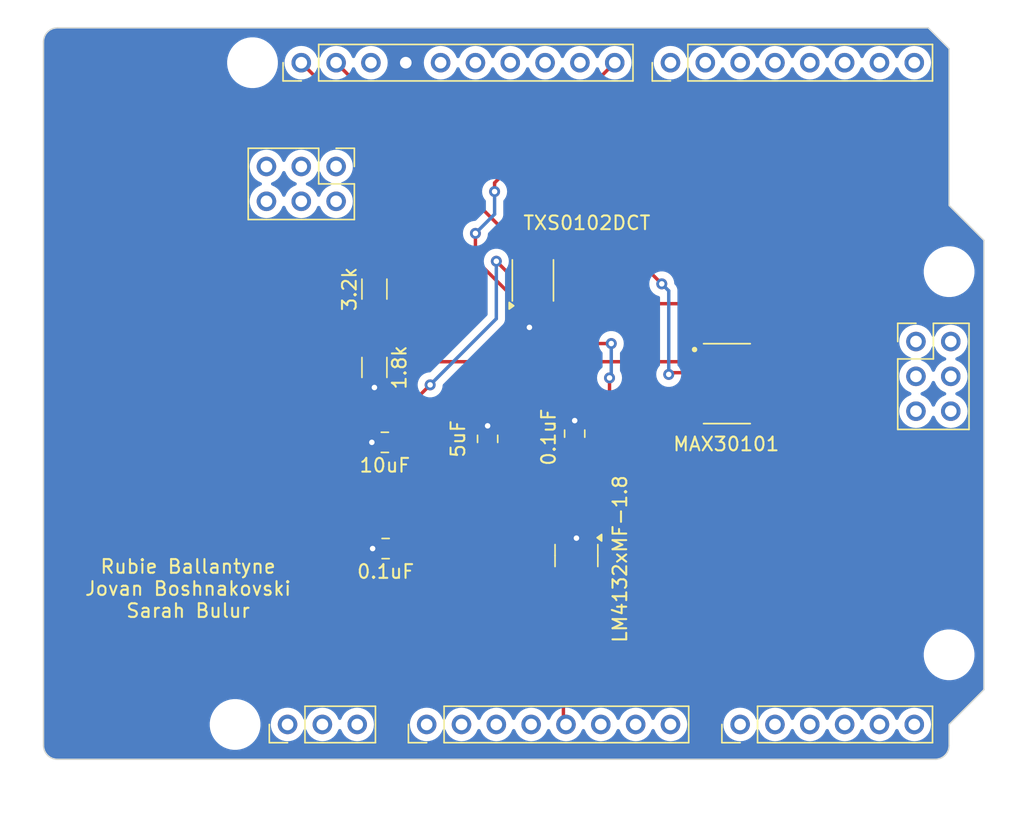
<source format=kicad_pcb>
(kicad_pcb (version 20240108) (generator "pcbnew") (generator_version "8.0")
  (title_block (title "Arduino UNO R4 Shield Template PCB") (date "2023-07-13") (rev "1.0") (company "MStackoverflow"))
  (layers (0 "F.Cu" signal) (31 "B.Cu" signal) (34 "B.Paste" user) (35 "F.Paste" user) (36 "B.SilkS" user "B.Silkscreen") (37 "F.SilkS" user "F.Silkscreen") (38 "B.Mask" user) (39 "F.Mask" user) (44 "Edge.Cuts" user))
  (net 0 "")
  (net 1 "Net-(U10-EN)")
  (net 2 "GND")
  (net 3 "Net-(U10-VREF)")
  (net 4 "Net-(U6-SCL)")
  (net 5 "Net-(U8-SCL)")
  (net 35 "Net-(U6-SDA)")
  (net 39 "Net-(U6-D8)")
  (net 50 "Net-(U8-SDA)")
  (net 51 "Net-(U8-INT)")
  (footprint "Package_SO:SSOP-8_2.95x2.8mm_P0.65mm" (layer "F.Cu") (at 142.367 84.455 90)
    (property "Reference" "U9" (hide yes))
    (property "Value" "TXS0102DCT" (at 4.191 3.937 180) (layer "F.SilkS"))
    (fp_line (start 1.5 -1.5) (end -1.5 -1.5) (stroke (width 0.12)) (layer "F.SilkS"))
    (fp_line (start 1.5 1.5) (end -1.5 1.5) (stroke (width 0.12)) (layer "F.SilkS"))
    (fp_poly (pts (xy -1.85 -1.4) (xy -2.09 -1.73) (xy -1.61 -1.73) (xy -1.85 -1.4)) (stroke (width 0.12)) (fill solid) (layer "F.SilkS"))
    (pad "1" smd rect (at -1.7 -0.975) (size 0.3 1.6) (layers "F.Cu" "F.Paste" "F.Mask") (net 39 "Net-(U6-D8)"))
    (pad "2" smd rect (at -1.7 -0.325) (size 0.3 1.6) (layers "F.Cu" "F.Paste" "F.Mask") (net 2 "GND"))
    (pad "3" smd rect (at -1.7 0.325) (size 0.3 1.6) (layers "F.Cu" "F.Paste" "F.Mask") (net 3 "Net-(U10-VREF)"))
    (pad "4" smd rect (at -1.7 0.975) (size 0.3 1.6) (layers "F.Cu" "F.Paste" "F.Mask") (net 51 "Net-(U8-INT)"))
    (pad "5" smd rect (at 1.7 0.975) (size 0.3 1.6) (layers "F.Cu" "F.Paste" "F.Mask") (net 50 "Net-(U8-SDA)"))
    (pad "6" smd rect (at 1.7 0.325) (size 0.3 1.6) (layers "F.Cu" "F.Paste" "F.Mask") (net 3 "Net-(U10-VREF)"))
    (pad "7" smd rect (at 1.7 -0.325) (size 0.3 1.6) (layers "F.Cu" "F.Paste" "F.Mask") (net 1 "Net-(U10-EN)"))
    (pad "8" smd rect (at 1.7 -0.975) (size 0.3 1.6) (layers "F.Cu" "F.Paste" "F.Mask") (net 35 "Net-(U6-SDA)"))
  )
  (footprint "Capacitor_SMD:C_0805_2012Metric" (layer "F.Cu") (at 131.572 96.266 180)
    (property "Reference" "10uF" (at 0 -1.68 0) (layer "F.SilkS"))
    (property "Value" "10uF" (hide yes))
    (fp_line (start -0.261252 0.735) (end 0.261252 0.735) (stroke (width 0.12)) (layer "F.SilkS"))
    (fp_line (start -0.261252 -0.735) (end 0.261252 -0.735) (stroke (width 0.12)) (layer "F.SilkS"))
    (pad "1" smd roundrect (at -0.95 0 180) (size 1 1.45) (layers "F.Cu" "F.Paste" "F.Mask") (net 1 "Net-(U10-EN)"))
    (pad "2" smd roundrect (at 0.95 0 180) (size 1 1.45) (layers "F.Cu" "F.Paste" "F.Mask") (net 2 "GND"))
  )
  (footprint "MAX30101EFD:PSON80P560X330X165-14N" (layer "F.Cu") (at 156.516 91.986)
    (property "Reference" "MAX30101" (at -0.052 4.407 0) (layer "F.SilkS"))
    (property "Value" "~")
    (fp_line (start -1.7 2.914) (end 1.7 2.914) (stroke (width 0.127)) (layer "F.SilkS"))
    (fp_line (start 1.7 -2.914) (end -1.7 -2.914) (stroke (width 0.127)) (layer "F.SilkS"))
    (fp_circle (center -2.36054 -2.48781) (end -2.26054 -2.48781) (stroke (width 0.2)) (fill none) (layer "F.SilkS"))
    (pad "1" smd roundrect (at -1.195 -2.4) (size 0.84 0.4) (layers "F.Cu" "F.Paste" "F.Mask"))
    (pad "2" smd roundrect (at -1.195 -1.6) (size 0.84 0.4) (layers "F.Cu" "F.Paste" "F.Mask") (net 5 "Net-(U8-SCL)"))
    (pad "3" smd roundrect (at -1.195 -0.8) (size 0.84 0.4) (layers "F.Cu" "F.Paste" "F.Mask") (net 50 "Net-(U8-SDA)"))
    (pad "4" smd roundrect (at -1.195 0) (size 0.84 0.4) (layers "F.Cu" "F.Paste" "F.Mask"))
    (pad "5" smd roundrect (at -1.195 0.8) (size 0.84 0.4) (layers "F.Cu" "F.Paste" "F.Mask"))
    (pad "6" smd roundrect (at -1.195 1.6) (size 0.84 0.4) (layers "F.Cu" "F.Paste" "F.Mask"))
    (pad "7" smd roundrect (at -1.195 2.4) (size 0.84 0.4) (layers "F.Cu" "F.Paste" "F.Mask"))
    (pad "8" smd roundrect (at 1.195 2.4) (size 0.84 0.4) (layers "F.Cu" "F.Paste" "F.Mask"))
    (pad "9" smd roundrect (at 1.195 1.6) (size 0.84 0.4) (layers "F.Cu" "F.Paste" "F.Mask"))
    (pad "10" smd roundrect (at 1.195 0.8) (size 0.84 0.4) (layers "F.Cu" "F.Paste" "F.Mask"))
    (pad "11" smd roundrect (at 1.195 0) (size 0.84 0.4) (layers "F.Cu" "F.Paste" "F.Mask"))
    (pad "12" smd roundrect (at 1.195 -0.8) (size 0.84 0.4) (layers "F.Cu" "F.Paste" "F.Mask"))
    (pad "13" smd roundrect (at 1.195 -1.6) (size 0.84 0.4) (layers "F.Cu" "F.Paste" "F.Mask") (net 51 "Net-(U8-INT)"))
    (pad "14" smd roundrect (at 1.195 -2.4) (size 0.84 0.4) (layers "F.Cu" "F.Paste" "F.Mask"))
  )
  (footprint "Capacitor_SMD:C_0805_2012Metric" (layer "F.Cu") (at 145.415 95.631 -90)
    (property "Reference" "C4" (hide yes))
    (property "Value" "0.1uF" (at 0.254 1.905 90) (layer "F.SilkS"))
    (fp_line (start -0.261252 0.735) (end 0.261252 0.735) (stroke (width 0.12)) (layer "F.SilkS"))
    (fp_line (start -0.261252 -0.735) (end 0.261252 -0.735) (stroke (width 0.12)) (layer "F.SilkS"))
    (pad "1" smd roundrect (at -0.95 0 270) (size 1 1.45) (layers "F.Cu" "F.Paste" "F.Mask") (net 2 "GND"))
    (pad "2" smd roundrect (at 0.95 0 270) (size 1 1.45) (layers "F.Cu" "F.Paste" "F.Mask") (net 3 "Net-(U10-VREF)"))
  )
  (footprint "ArduinoPinSockets:Arduino_PinSocket_1x03_P2.54mm_Vertical" (layer "F.Cu") (at 124.47499 116.84001 90)
    (property "Reference" "U1" (hide yes))
    (property "Value" "OFF" (hide yes))
    (fp_line (start -1.33 -1.33) (end 0 -1.33) (stroke (width 0.12)) (layer "F.SilkS"))
    (fp_line (start -1.33 0) (end -1.33 -1.33) (stroke (width 0.12)) (layer "F.SilkS"))
    (fp_line (start 1.33 1.27) (end 1.33 6.41) (stroke (width 0.12)) (layer "F.SilkS"))
    (fp_line (start -1.33 1.27) (end 1.33 1.27) (stroke (width 0.12)) (layer "F.SilkS"))
    (fp_line (start -1.33 1.27) (end -1.33 6.41) (stroke (width 0.12)) (layer "F.SilkS"))
    (fp_line (start -1.33 6.41) (end 1.33 6.41) (stroke (width 0.12)) (layer "F.SilkS"))
    (pad "1" thru_hole circle (at 0 0 90) (size 1.422 1.422) (drill 0.85) (layers "*.Cu" "*.Mask"))
    (pad "2" thru_hole circle (at 0 2.54 90) (size 1.422 1.422) (drill 0.85) (layers "*.Cu" "*.Mask"))
    (pad "3" thru_hole circle (at 0 5.08 90) (size 1.422 1.422) (drill 0.85) (layers "*.Cu" "*.Mask"))
  )
  (footprint "ArduinoPinSockets:Arduino_PinSocket_2x03_P2.54mm_Vertical" (layer "F.Cu") (at 170.30199 88.91501)
    (property "Reference" "U5" (hide yes))
    (property "Value" "ICSP" (hide yes))
    (fp_line (start -1.33 -1.33) (end 0 -1.33) (stroke (width 0.12)) (layer "F.SilkS"))
    (fp_line (start -1.33 0) (end -1.33 -1.33) (stroke (width 0.12)) (layer "F.SilkS"))
    (fp_line (start -1.33 1.27) (end -1.33 6.41) (stroke (width 0.12)) (layer "F.SilkS"))
    (fp_line (start -1.33 1.27) (end 1.27 1.27) (stroke (width 0.12)) (layer "F.SilkS"))
    (fp_line (start -1.33 6.41) (end 3.87 6.41) (stroke (width 0.12)) (layer "F.SilkS"))
    (fp_line (start 1.27 -1.33) (end 3.87 -1.33) (stroke (width 0.12)) (layer "F.SilkS"))
    (fp_line (start 1.27 1.27) (end 1.27 -1.33) (stroke (width 0.12)) (layer "F.SilkS"))
    (fp_line (start 3.87 -1.33) (end 3.87 6.41) (stroke (width 0.12)) (layer "F.SilkS"))
    (pad "1" thru_hole circle (at 0 0) (size 1.422 1.422) (drill 0.85) (layers "*.Cu" "*.Mask"))
    (pad "2" thru_hole circle (at 2.54 0) (size 1.422 1.422) (drill 0.85) (layers "*.Cu" "*.Mask"))
    (pad "3" thru_hole circle (at 0 2.54) (size 1.422 1.422) (drill 0.85) (layers "*.Cu" "*.Mask"))
    (pad "4" thru_hole circle (at 2.54 2.54) (size 1.422 1.422) (drill 0.85) (layers "*.Cu" "*.Mask"))
    (pad "5" thru_hole circle (at 0 5.08) (size 1.422 1.422) (drill 0.85) (layers "*.Cu" "*.Mask"))
    (pad "6" thru_hole circle (at 2.54 5.08) (size 1.422 1.422) (drill 0.85) (layers "*.Cu" "*.Mask"))
  )
  (footprint "Capacitor_SMD:C_0805_2012Metric" (layer "F.Cu") (at 139.065 96.012 90)
    (property "Reference" "C2" (hide yes))
    (property "Value" "5uF" (hide yes))
    (fp_line (start -0.261252 -0.735) (end 0.261252 -0.735) (stroke (width 0.12)) (layer "F.SilkS"))
    (fp_line (start -0.261252 0.735) (end 0.261252 0.735) (stroke (width 0.12)) (layer "F.SilkS"))
    (pad "1" smd roundrect (at -0.95 0 90) (size 1 1.45) (layers "F.Cu" "F.Paste" "F.Mask") (net 3 "Net-(U10-VREF)"))
    (pad "2" smd roundrect (at 0.95 0 90) (size 1 1.45) (layers "F.Cu" "F.Paste" "F.Mask") (net 2 "GND"))
  )
  (footprint "ArduinoMountingHoles:Arduino_MountingHole" (layer "F.Cu") (at 172.72 83.82001)
    (property "Reference" "H1" (hide yes))
    (property "Value" "MountingHole1" (hide yes))
    (pad "" np_thru_hole circle (at 0 0) (size 3.19989 3.19989) (drill 3.19989) (layers "F&B.Cu" "*.Mask"))
  )
  (footprint "ArduinoPinSockets:Arduino_PinSocket_1x08_P2.54mm_Vertical" (layer "F.Cu") (at 152.39999 68.58001 90)
    (property "Reference" "U7" (hide yes))
    (property "Value" "Digital_2" (hide yes))
    (fp_line (start -1.33 -1.33) (end 0 -1.33) (stroke (width 0.12)) (layer "F.SilkS"))
    (fp_line (start -1.33 0) (end -1.33 -1.33) (stroke (width 0.12)) (layer "F.SilkS"))
    (fp_line (start 1.33 1.27) (end 1.33 19.11) (stroke (width 0.12)) (layer "F.SilkS"))
    (fp_line (start -1.33 1.27) (end 1.33 1.27) (stroke (width 0.12)) (layer "F.SilkS"))
    (fp_line (start -1.33 1.27) (end -1.33 19.11) (stroke (width 0.12)) (layer "F.SilkS"))
    (fp_line (start -1.33 19.11) (end 1.33 19.11) (stroke (width 0.12)) (layer "F.SilkS"))
    (pad "11" thru_hole circle (at 0 0 90) (size 1.422 1.422) (drill 0.85) (layers "*.Cu" "*.Mask"))
    (pad "12" thru_hole circle (at 0 2.54 90) (size 1.422 1.422) (drill 0.85) (layers "*.Cu" "*.Mask"))
    (pad "13" thru_hole circle (at 0 5.08 90) (size 1.422 1.422) (drill 0.85) (layers "*.Cu" "*.Mask"))
    (pad "14" thru_hole circle (at 0 7.62 90) (size 1.422 1.422) (drill 0.85) (layers "*.Cu" "*.Mask"))
    (pad "15" thru_hole circle (at 0 10.16 90) (size 1.422 1.422) (drill 0.85) (layers "*.Cu" "*.Mask"))
    (pad "16" thru_hole circle (at 0 12.7 90) (size 1.422 1.422) (drill 0.85) (layers "*.Cu" "*.Mask"))
    (pad "17" thru_hole circle (at 0 15.24 90) (size 1.422 1.422) (drill 0.85) (layers "*.Cu" "*.Mask"))
    (pad "18" thru_hole circle (at 0 17.78 90) (size 1.422 1.422) (drill 0.85) (layers "*.Cu" "*.Mask"))
  )
  (footprint "Capacitor_SMD:C_0805_2012Metric" (layer "F.Cu") (at 131.628 104.013 180)
    (property "Reference" "0.1uF" (at 0 -1.68 0) (layer "F.SilkS"))
    (property "Value" "0.1uF" (hide yes))
    (fp_line (start -0.261252 0.735) (end 0.261252 0.735) (stroke (width 0.12)) (layer "F.SilkS"))
    (fp_line (start -0.261252 -0.735) (end 0.261252 -0.735) (stroke (width 0.12)) (layer "F.SilkS"))
    (pad "1" smd roundrect (at -0.95 0 180) (size 1 1.45) (layers "F.Cu" "F.Paste" "F.Mask") (net 1 "Net-(U10-EN)"))
    (pad "2" smd roundrect (at 0.95 0 180) (size 1 1.45) (layers "F.Cu" "F.Paste" "F.Mask") (net 2 "GND"))
  )
  (footprint "ArduinoPinSockets:Arduino_PinSocket_1x10_P2.54mm_Vertical" (layer "F.Cu") (at 125.476 68.58 90)
    (property "Reference" "U6" (hide yes))
    (property "Value" "Digital_1" (hide yes))
    (fp_line (start -1.33 -1.33) (end 0 -1.33) (stroke (width 0.12)) (layer "F.SilkS"))
    (fp_line (start -1.33 0) (end -1.33 -1.33) (stroke (width 0.12)) (layer "F.SilkS"))
    (fp_line (start 1.33 1.27) (end 1.33 24.19) (stroke (width 0.12)) (layer "F.SilkS"))
    (fp_line (start -1.33 1.27) (end 1.33 1.27) (stroke (width 0.12)) (layer "F.SilkS"))
    (fp_line (start -1.33 1.27) (end -1.33 24.19) (stroke (width 0.12)) (layer "F.SilkS"))
    (fp_line (start -1.33 24.19) (end 1.33 24.19) (stroke (width 0.12)) (layer "F.SilkS"))
    (pad "1" thru_hole circle (at 0 0 90) (size 1.422 1.422) (drill 0.85) (layers "*.Cu" "*.Mask") (net 4 "Net-(U6-SCL)"))
    (pad "2" thru_hole circle (at 0 2.54 90) (size 1.422 1.422) (drill 0.85) (layers "*.Cu" "*.Mask") (net 35 "Net-(U6-SDA)"))
    (pad "3" thru_hole circle (at 0 5.08 90) (size 1.422 1.422) (drill 0.85) (layers "*.Cu" "*.Mask"))
    (pad "4" thru_hole circle (at 0 7.62 90) (size 1.422 1.422) (drill 0.85) (layers "*.Cu" "*.Mask") (net 2 "GND"))
    (pad "5" thru_hole circle (at 0 10.16 90) (size 1.422 1.422) (drill 0.85) (layers "*.Cu" "*.Mask"))
    (pad "6" thru_hole circle (at 0 12.7 90) (size 1.422 1.422) (drill 0.85) (layers "*.Cu" "*.Mask"))
    (pad "7" thru_hole circle (at 0 15.24 90) (size 1.422 1.422) (drill 0.85) (layers "*.Cu" "*.Mask"))
    (pad "8" thru_hole circle (at 0 17.78 90) (size 1.422 1.422) (drill 0.85) (layers "*.Cu" "*.Mask"))
    (pad "9" thru_hole circle (at 0 20.32 90) (size 1.422 1.422) (drill 0.85) (layers "*.Cu" "*.Mask"))
    (pad "10" thru_hole circle (at 0 22.86 90) (size 1.422 1.422) (drill 0.85) (layers "*.Cu" "*.Mask") (net 39 "Net-(U6-D8)"))
  )
  (footprint "ArduinoMountingHoles:Arduino_MountingHole" (layer "F.Cu") (at 120.65 116.84)
    (property "Reference" "H4" (hide yes))
    (property "Value" "MountingHole4" (hide yes))
    (pad "" np_thru_hole circle (at 0 0) (size 3.19989 3.19989) (drill 3.19989) (layers "F&B.Cu" "*.Mask"))
  )
  (footprint "Resistor_SMD:R_1206_3216Metric" (layer "F.Cu") (at 130.81 90.805 90)
    (property "Reference" "R2" (hide yes))
    (property "Value" "1.8k" (at 0 1.82 90) (layer "F.SilkS"))
    (fp_line (start -0.727064 -0.91) (end 0.727064 -0.91) (stroke (width 0.12)) (layer "F.SilkS"))
    (fp_line (start -0.727064 0.91) (end 0.727064 0.91) (stroke (width 0.12)) (layer "F.SilkS"))
    (pad "1" smd roundrect (at -1.4625 0 90) (size 1.125 1.75) (layers "F.Cu" "F.Paste" "F.Mask") (roundrect_rratio 0.222222) (net 2 "GND"))
    (pad "2" smd roundrect (at 1.4625 0 90) (size 1.125 1.75) (layers "F.Cu" "F.Paste" "F.Mask") (roundrect_rratio 0.222222) (net 5 "Net-(U8-SCL)"))
  )
  (footprint "ArduinoPinSockets:Arduino_PinSocket_1x06_P2.54mm_Vertical" (layer "F.Cu") (at 157.48 116.84 90)
    (property "Reference" "U3" (hide yes))
    (property "Value" "Analog_2" (hide yes))
    (fp_line (start -1.33 -1.33) (end 0 -1.33) (stroke (width 0.12)) (layer "F.SilkS"))
    (fp_line (start -1.33 0) (end -1.33 -1.33) (stroke (width 0.12)) (layer "F.SilkS"))
    (fp_line (start 1.33 1.27) (end 1.33 14.03) (stroke (width 0.12)) (layer "F.SilkS"))
    (fp_line (start -1.33 1.27) (end 1.33 1.27) (stroke (width 0.12)) (layer "F.SilkS"))
    (fp_line (start -1.33 1.27) (end -1.33 14.03) (stroke (width 0.12)) (layer "F.SilkS"))
    (fp_line (start -1.33 14.03) (end 1.33 14.03) (stroke (width 0.12)) (layer "F.SilkS"))
    (pad "9" thru_hole circle (at 0 0 90) (size 1.422 1.422) (drill 0.85) (layers "*.Cu" "*.Mask"))
    (pad "10" thru_hole circle (at 0 2.54 90) (size 1.422 1.422) (drill 0.85) (layers "*.Cu" "*.Mask"))
    (pad "11" thru_hole circle (at 0 5.08 90) (size 1.422 1.422) (drill 0.85) (layers "*.Cu" "*.Mask"))
    (pad "12" thru_hole circle (at 0 7.62 90) (size 1.422 1.422) (drill 0.85) (layers "*.Cu" "*.Mask"))
    (pad "13" thru_hole circle (at 0 10.16 90) (size 1.422 1.422) (drill 0.85) (layers "*.Cu" "*.Mask"))
    (pad "14" thru_hole circle (at 0 12.7 90) (size 1.422 1.422) (drill 0.85) (layers "*.Cu" "*.Mask"))
  )
  (footprint "ArduinoPinSockets:Arduino_PinSocket_1x08_P2.54mm_Vertical" (layer "F.Cu") (at 134.62 116.84 90)
    (property "Reference" "U2" (hide yes))
    (property "Value" "Analog_1" (hide yes))
    (fp_line (start -1.33 -1.33) (end 0 -1.33) (stroke (width 0.12)) (layer "F.SilkS"))
    (fp_line (start -1.33 0) (end -1.33 -1.33) (stroke (width 0.12)) (layer "F.SilkS"))
    (fp_line (start 1.33 1.27) (end 1.33 19.11) (stroke (width 0.12)) (layer "F.SilkS"))
    (fp_line (start -1.33 1.27) (end 1.33 1.27) (stroke (width 0.12)) (layer "F.SilkS"))
    (fp_line (start -1.33 1.27) (end -1.33 19.11) (stroke (width 0.12)) (layer "F.SilkS"))
    (fp_line (start -1.33 19.11) (end 1.33 19.11) (stroke (width 0.12)) (layer "F.SilkS"))
    (pad "1" thru_hole circle (at 0 0 90) (size 1.422 1.422) (drill 0.85) (layers "*.Cu" "*.Mask"))
    (pad "2" thru_hole circle (at 0 2.54 90) (size 1.422 1.422) (drill 0.85) (layers "*.Cu" "*.Mask"))
    (pad "3" thru_hole circle (at 0 5.08 90) (size 1.422 1.422) (drill 0.85) (layers "*.Cu" "*.Mask"))
    (pad "4" thru_hole circle (at 0 7.62 90) (size 1.422 1.422) (drill 0.85) (layers "*.Cu" "*.Mask"))
    (pad "5" thru_hole circle (at 0 10.16 90) (size 1.422 1.422) (drill 0.85) (layers "*.Cu" "*.Mask") (net 1 "Net-(U10-EN)"))
    (pad "6" thru_hole circle (at 0 12.7 90) (size 1.422 1.422) (drill 0.85) (layers "*.Cu" "*.Mask"))
    (pad "7" thru_hole circle (at 0 15.24 90) (size 1.422 1.422) (drill 0.85) (layers "*.Cu" "*.Mask"))
    (pad "8" thru_hole circle (at 0 17.78 90) (size 1.422 1.422) (drill 0.85) (layers "*.Cu" "*.Mask"))
  )
  (footprint "Resistor_SMD:R_1206_3216Metric" (layer "F.Cu") (at 130.81 85.09 -90)
    (property "Reference" "R1" (hide yes))
    (property "Value" "3.2k" (at 0 1.82 90) (layer "F.SilkS"))
    (fp_line (start -0.727064 0.91) (end 0.727064 0.91) (stroke (width 0.12)) (layer "F.SilkS"))
    (fp_line (start -0.727064 -0.91) (end 0.727064 -0.91) (stroke (width 0.12)) (layer "F.SilkS"))
    (pad "1" smd roundrect (at -1.4625 0 270) (size 1.125 1.75) (layers "F.Cu" "F.Paste" "F.Mask") (roundrect_rratio 0.222222) (net 4 "Net-(U6-SCL)"))
    (pad "2" smd roundrect (at 1.4625 0 270) (size 1.125 1.75) (layers "F.Cu" "F.Paste" "F.Mask") (roundrect_rratio 0.222222) (net 5 "Net-(U8-SCL)"))
  )
  (footprint "Package_TO_SOT_SMD:SOT-23-5" (layer "F.Cu") (at 145.542 104.521 -90)
    (property "Reference" "LM4132xMF-1.8" (at 0.254 -3.175 90) (layer "F.SilkS"))
    (property "Value" "LM4132xMF-1.8" (hide yes))
    (fp_line (start 0 1.56) (end -0.8 1.56) (stroke (width 0.12)) (layer "F.SilkS"))
    (fp_line (start 0 1.56) (end 0.8 1.56) (stroke (width 0.12)) (layer "F.SilkS"))
    (fp_line (start 0 -1.56) (end -0.8 -1.56) (stroke (width 0.12)) (layer "F.SilkS"))
    (fp_line (start 0 -1.56) (end 0.8 -1.56) (stroke (width 0.12)) (layer "F.SilkS"))
    (fp_poly (pts (xy -1.3 -1.51) (xy -1.54 -1.84) (xy -1.06 -1.84) (xy -1.3 -1.51)) (stroke (width 0.12)) (fill solid) (layer "F.SilkS"))
    (pad "1" smd roundrect (at -1.1375 -0.95 270) (size 1.325 0.6) (layers "F.Cu" "F.Paste" "F.Mask"))
    (pad "2" smd roundrect (at -1.1375 0 270) (size 1.325 0.6) (layers "F.Cu" "F.Paste" "F.Mask") (net 2 "GND"))
    (pad "3" smd roundrect (at -1.1375 0.95 270) (size 1.325 0.6) (layers "F.Cu" "F.Paste" "F.Mask") (net 1 "Net-(U10-EN)"))
    (pad "4" smd roundrect (at 1.1375 0.95 270) (size 1.325 0.6) (layers "F.Cu" "F.Paste" "F.Mask") (net 1 "Net-(U10-EN)"))
    (pad "5" smd roundrect (at 1.1375 -0.95 270) (size 1.325 0.6) (layers "F.Cu" "F.Paste" "F.Mask") (net 3 "Net-(U10-VREF)"))
  )
  (footprint "ArduinoMountingHoles:Arduino_MountingHole" (layer "F.Cu") (at 121.91999 68.58001)
    (property "Reference" "H2" (hide yes))
    (property "Value" "MountingHole2" (hide yes))
    (pad "" np_thru_hole circle (at 0 0) (size 3.19989 3.19989) (drill 3.19989) (layers "F&B.Cu" "*.Mask"))
  )
  (footprint "ArduinoPinSockets:Arduino_PinSocket_2x03_P2.54mm_Vertical" (layer "F.Cu") (at 128.016 76.1492 -90)
    (property "Reference" "U4" (hide yes))
    (property "Value" "ESP32-S3" (hide yes))
    (fp_line (start -1.33 6.41) (end 3.87 6.41) (stroke (width 0.12)) (layer "F.SilkS"))
    (fp_line (start -1.33 1.27) (end -1.33 6.41) (stroke (width 0.12)) (layer "F.SilkS"))
    (fp_line (start -1.33 1.27) (end 1.27 1.27) (stroke (width 0.12)) (layer "F.SilkS"))
    (fp_line (start 1.27 1.27) (end 1.27 -1.33) (stroke (width 0.12)) (layer "F.SilkS"))
    (fp_line (start -1.33 0) (end -1.33 -1.33) (stroke (width 0.12)) (layer "F.SilkS"))
    (fp_line (start -1.33 -1.33) (end 0 -1.33) (stroke (width 0.12)) (layer "F.SilkS"))
    (fp_line (start 1.27 -1.33) (end 3.87 -1.33) (stroke (width 0.12)) (layer "F.SilkS"))
    (fp_line (start 3.87 -1.33) (end 3.87 6.41) (stroke (width 0.12)) (layer "F.SilkS"))
    (pad "1" thru_hole circle (at 0 0 270) (size 1.422 1.422) (drill 0.85) (layers "*.Cu" "*.Mask"))
    (pad "2" thru_hole circle (at 2.54 0 270) (size 1.422 1.422) (drill 0.85) (layers "*.Cu" "*.Mask"))
    (pad "3" thru_hole circle (at 0 2.54 270) (size 1.422 1.422) (drill 0.85) (layers "*.Cu" "*.Mask"))
    (pad "4" thru_hole circle (at 2.54 2.54 270) (size 1.422 1.422) (drill 0.85) (layers "*.Cu" "*.Mask"))
    (pad "5" thru_hole circle (at 0 5.08 270) (size 1.422 1.422) (drill 0.85) (layers "*.Cu" "*.Mask"))
    (pad "6" thru_hole circle (at 2.54 5.08 270) (size 1.422 1.422) (drill 0.85) (layers "*.Cu" "*.Mask"))
  )
  (footprint "ArduinoMountingHoles:Arduino_MountingHole" (layer "F.Cu") (at 172.72 111.76)
    (property "Reference" "H3" (hide yes))
    (property "Value" "MountingHole3" (hide yes))
    (pad "" np_thru_hole circle (at 0 0) (size 3.19989 3.19989) (drill 3.19989) (layers "F&B.Cu" "*.Mask"))
  )
  (gr_line (start 171.196 66.04) (end 172.72 67.564) (stroke (width 0.1)) (layer "Edge.Cuts"))
  (gr_arc (start 107.696 119.38) (mid 106.97758 119.08242) (end 106.68 118.364) (stroke (width 0.1)) (layer "Edge.Cuts"))
  (gr_line (start 172.72 78.994) (end 175.26 81.534) (stroke (width 0.1)) (layer "Edge.Cuts"))
  (gr_arc (start 172.72 118.364) (mid 172.42242 119.08242) (end 171.704 119.38) (stroke (width 0.1)) (layer "Edge.Cuts"))
  (gr_line (start 175.26 81.534) (end 175.26 114.3) (stroke (width 0.1)) (layer "Edge.Cuts"))
  (gr_line (start 171.704 119.38) (end 107.696 119.38) (stroke (width 0.1)) (layer "Edge.Cuts"))
  (gr_line (start 175.26 114.3) (end 172.72 116.84) (stroke (width 0.1)) (layer "Edge.Cuts"))
  (gr_line (start 172.72 67.564) (end 172.72 78.994) (stroke (width 0.1)) (layer "Edge.Cuts"))
  (gr_arc (start 106.68 67.056) (mid 106.97758 66.33758) (end 107.696 66.04) (stroke (width 0.1)) (layer "Edge.Cuts"))
  (gr_line (start 172.72 116.84) (end 172.72 118.364) (stroke (width 0.1)) (layer "Edge.Cuts"))
  (gr_line (start 107.696 66.04) (end 171.196 66.04) (stroke (width 0.1)) (layer "Edge.Cuts"))
  (gr_line (start 106.68 118.364) (end 106.68 67.056) (stroke (width 0.1)) (layer "Edge.Cuts"))
  (gr_text "Rubie Ballantyne\nJovan Boshnakovski\nSarah Bulur" (at 117.221 106.934 0) (layer "F.SilkS") (effects (font (size 1 1))))
  (gr_text "5uF" (at 136.906 96.012 90) (layer "F.SilkS") (effects (font (size 1 1))))
  (segment (start 144.592 116.652) (end 144.78 116.84) (width 0.25) (layer "F.Cu") (net 1))
  (segment (start 142.042 82.755) (end 142.042 83.705) (width 0.25) (layer "F.Cu") (net 1))
  (segment (start 142.042 83.805) (end 142.042 82.755) (width 0.25) (layer "F.Cu") (net 1))
  (segment (start 144.592 105.6585) (end 144.592 103.3835) (width 0.25) (layer "F.Cu") (net 1))
  (segment (start 132.522 96.266) (end 132.522 94.427) (width 0.25) (layer "F.Cu") (net 1))
  (segment (start 144.592 105.6585) (end 144.592 116.652) (width 0.25) (layer "F.Cu") (net 1))
  (segment (start 132.522 96.266) (end 132.522 103.957) (width 0.25) (layer "F.Cu") (net 1))
  (segment (start 132.578 104.013) (end 133.2075 103.3835) (width 0.25) (layer "F.Cu") (net 1))
  (segment (start 132.522 103.957) (end 132.578 104.013) (width 0.25) (layer "F.Cu") (net 1))
  (segment (start 132.522 94.427) (end 134.874 92.075) (width 0.25) (layer "F.Cu") (net 1))
  (segment (start 142.042 83.705) (end 141.867 83.88) (width 0.25) (layer "F.Cu") (net 1))
  (segment (start 141.967 83.88) (end 142.042 83.805) (width 0.25) (layer "F.Cu") (net 1))
  (segment (start 133.2075 103.3835) (end 144.592 103.3835) (width 0.25) (layer "F.Cu") (net 1))
  (segment (start 140.522 83.88) (end 141.967 83.88) (width 0.25) (layer "F.Cu") (net 1))
  (segment (start 132.578 96.322) (end 132.522 96.266) (width 0.25) (layer "F.Cu") (net 1))
  (segment (start 139.7 83.058) (end 140.522 83.88) (width 0.25) (layer "F.Cu") (net 1))
  (via (at 134.874 92.075) (size 0.8) (drill 0.4) (layers "F.Cu" "B.Cu") (net 1))
  (via (at 139.7 83.058) (size 0.8) (drill 0.4) (layers "F.Cu" "B.Cu") (net 1))
  (segment (start 134.874 92.075) (end 139.7 87.249) (width 0.25) (layer "B.Cu") (net 1))
  (segment (start 139.7 87.249) (end 139.7 83.058) (width 0.25) (layer "B.Cu") (net 1))
  (segment (start 142.042 86.155) (end 142.042 87.813) (width 0.25) (layer "F.Cu") (net 2))
  (segment (start 145.034 95.062) (end 145.415 94.681) (width 0.25) (layer "F.Cu") (net 2))
  (segment (start 142.042 87.813) (end 142.113 87.884) (width 0.25) (layer "F.Cu") (net 2))
  (segment (start 145.542 103.3835) (end 145.542 103.251) (width 0.25) (layer "F.Cu") (net 2))
  (segment (start 145.542 103.251) (end 145.542 102.721001) (width 0.25) (layer "F.Cu") (net 2))
  (via (at 139.065 95.062) (size 0.8) (drill 0.4) (layers "F.Cu" "B.Cu") (net 2))
  (via (at 142.113 87.884) (size 0.8) (drill 0.4) (layers "F.Cu" "B.Cu") (net 2))
  (via (at 133.096 68.58) (size 0.8) (drill 0.4) (layers "F.Cu" "B.Cu") (net 2))
  (via (at 130.622 96.266) (size 0.8) (drill 0.4) (layers "F.Cu" "B.Cu") (net 2))
  (via (at 145.415 94.681) (size 0.8) (drill 0.4) (layers "F.Cu" "B.Cu") (net 2))
  (via (at 130.678 104.013) (size 0.8) (drill 0.4) (layers "F.Cu" "B.Cu") (net 2))
  (via (at 145.542 103.251) (size 0.8) (drill 0.4) (layers "F.Cu" "B.Cu") (net 2))
  (via (at 130.81 92.2675) (size 0.8) (drill 0.4) (layers "F.Cu" "B.Cu") (net 2))
  (segment (start 144.548 89.061) (end 148.082 89.061) (width 0.25) (layer "F.Cu") (net 3))
  (segment (start 147.955 94.041) (end 145.415 96.581) (width 0.25) (layer "F.Cu") (net 3))
  (segment (start 147.117 98.283) (end 147.117 105.0335) (width 0.25) (layer "F.Cu") (net 3))
  (segment (start 142.692 87.205) (end 144.548 89.061) (width 0.25) (layer "F.Cu") (net 3))
  (segment (start 139.065 96.962) (end 145.034 96.962) (width 0.25) (layer "F.Cu") (net 3))
  (segment (start 142.692 86.155) (end 142.692 87.205) (width 0.25) (layer "F.Cu") (net 3))
  (segment (start 145.034 96.962) (end 145.415 96.581) (width 0.25) (layer "F.Cu") (net 3))
  (segment (start 142.692 86.155) (end 142.692 87.218604) (width 0.25) (layer "F.Cu") (net 3))
  (segment (start 147.955 91.567) (end 147.955 94.041) (width 0.25) (layer "F.Cu") (net 3))
  (segment (start 147.117 105.0335) (end 146.492 105.6585) (width 0.25) (layer "F.Cu") (net 3))
  (segment (start 142.692 82.755) (end 142.692 86.155) (width 0.25) (layer "F.Cu") (net 3))
  (segment (start 145.415 96.581) (end 147.117 98.283) (width 0.25) (layer "F.Cu") (net 3))
  (via (at 148.082 89.061) (size 0.8) (drill 0.4) (layers "F.Cu" "B.Cu") (net 3))
  (via (at 147.955 91.567) (size 0.8) (drill 0.4) (layers "F.Cu" "B.Cu") (net 3))
  (segment (start 148.082 91.44) (end 147.955 91.567) (width 0.25) (layer "B.Cu") (net 3))
  (segment (start 148.082 89.061) (end 148.082 91.44) (width 0.25) (layer "B.Cu") (net 3))
  (segment (start 130.81 73.914) (end 125.476 68.58) (width 0.25) (layer "F.Cu") (net 4))
  (segment (start 130.81 83.6275) (end 130.81 73.914) (width 0.25) (layer "F.Cu") (net 4))
  (segment (start 131.8535 90.386) (end 155.321 90.386) (width 0.25) (layer "F.Cu") (net 5))
  (segment (start 130.81 86.5525) (end 130.81 89.3425) (width 0.25) (layer "F.Cu") (net 5))
  (segment (start 130.81 89.3425) (end 131.8535 90.386) (width 0.25) (layer "F.Cu") (net 5))
  (segment (start 128.016 68.58) (end 141.392 81.956) (width 0.25) (layer "F.Cu") (net 35))
  (segment (start 141.392 81.956) (end 141.392 82.755) (width 0.25) (layer "F.Cu") (net 35))
  (segment (start 139.573 77.343) (end 139.573 77.978) (width 0.25) (layer "F.Cu") (net 39))
  (segment (start 148.336 68.58) (end 139.573 77.343) (width 0.25) (layer "F.Cu") (net 39))
  (segment (start 138.176 82.939) (end 141.392 86.155) (width 0.25) (layer "F.Cu") (net 39))
  (segment (start 138.176 81.026) (end 138.176 82.939) (width 0.25) (layer "F.Cu") (net 39))
  (via (at 138.176 81.026) (size 0.8) (drill 0.4) (layers "F.Cu" "B.Cu") (net 39))
  (via (at 139.573 77.978) (size 0.8) (drill 0.4) (layers "F.Cu" "B.Cu") (net 39))
  (segment (start 139.573 77.978) (end 139.573 79.629) (width 0.25) (layer "B.Cu") (net 39))
  (segment (start 139.573 79.629) (end 138.176 81.026) (width 0.25) (layer "B.Cu") (net 39))
  (segment (start 151.765 84.709) (end 149.811 82.755) (width 0.25) (layer "F.Cu") (net 50))
  (segment (start 155.321 91.186) (end 152.4 91.186) (width 0.25) (layer "F.Cu") (net 50))
  (segment (start 152.4 91.186) (end 152.273 91.313) (width 0.25) (layer "F.Cu") (net 50))
  (segment (start 149.811 82.755) (end 143.342 82.755) (width 0.25) (layer "F.Cu") (net 50))
  (via (at 151.765 84.709) (size 0.8) (drill 0.4) (layers "F.Cu" "B.Cu") (net 50))
  (via (at 152.273 91.313) (size 0.8) (drill 0.4) (layers "F.Cu" "B.Cu") (net 50))
  (segment (start 152.273 85.217) (end 151.765 84.709) (width 0.25) (layer "B.Cu") (net 50))
  (segment (start 152.273 91.313) (end 152.273 85.217) (width 0.25) (layer "B.Cu") (net 50))
  (segment (start 158.456 90.060999) (end 158.456 89.114) (width 0.25) (layer "F.Cu") (net 51))
  (segment (start 158.130999 90.386) (end 158.456 90.060999) (width 0.25) (layer "F.Cu") (net 51))
  (segment (start 158.456 89.114) (end 155.497 86.155) (width 0.25) (layer "F.Cu") (net 51))
  (segment (start 155.497 86.155) (end 143.342 86.155) (width 0.25) (layer "F.Cu") (net 51))
  (segment (start 157.711 90.386) (end 158.130999 90.386) (width 0.25) (layer "F.Cu") (net 51))
  (zone (net 2) (net_name "GND") (layer "B.Cu") (name "GND") (connect_pads yes (clearance 0.508)) (min_thickness 0.25) (fill yes (thermal_gap 0.5) (thermal_bridge_width 0.5) (island_removal_mode 1) (island_area_min 10))
    (polygon (pts (xy 103.505 64.008) (xy 177.292 64.262) (xy 178.181 123.444) (xy 105.41 123.571)))
  )
)
</source>
